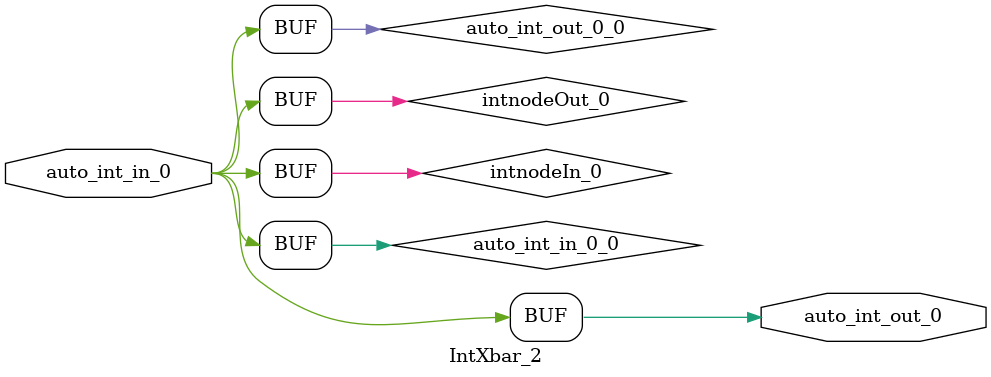
<source format=sv>
`ifndef RANDOMIZE
  `ifdef RANDOMIZE_MEM_INIT
    `define RANDOMIZE
  `endif // RANDOMIZE_MEM_INIT
`endif // not def RANDOMIZE
`ifndef RANDOMIZE
  `ifdef RANDOMIZE_REG_INIT
    `define RANDOMIZE
  `endif // RANDOMIZE_REG_INIT
`endif // not def RANDOMIZE

`ifndef RANDOM
  `define RANDOM $random
`endif // not def RANDOM

// Users can define INIT_RANDOM as general code that gets injected into the
// initializer block for modules with registers.
`ifndef INIT_RANDOM
  `define INIT_RANDOM
`endif // not def INIT_RANDOM

// If using random initialization, you can also define RANDOMIZE_DELAY to
// customize the delay used, otherwise 0.002 is used.
`ifndef RANDOMIZE_DELAY
  `define RANDOMIZE_DELAY 0.002
`endif // not def RANDOMIZE_DELAY

// Define INIT_RANDOM_PROLOG_ for use in our modules below.
`ifndef INIT_RANDOM_PROLOG_
  `ifdef RANDOMIZE
    `ifdef VERILATOR
      `define INIT_RANDOM_PROLOG_ `INIT_RANDOM
    `else  // VERILATOR
      `define INIT_RANDOM_PROLOG_ `INIT_RANDOM #`RANDOMIZE_DELAY begin end
    `endif // VERILATOR
  `else  // RANDOMIZE
    `define INIT_RANDOM_PROLOG_
  `endif // RANDOMIZE
`endif // not def INIT_RANDOM_PROLOG_

// Include register initializers in init blocks unless synthesis is set
`ifndef SYNTHESIS
  `ifndef ENABLE_INITIAL_REG_
    `define ENABLE_INITIAL_REG_
  `endif // not def ENABLE_INITIAL_REG_
`endif // not def SYNTHESIS

// Include rmemory initializers in init blocks unless synthesis is set
`ifndef SYNTHESIS
  `ifndef ENABLE_INITIAL_MEM_
    `define ENABLE_INITIAL_MEM_
  `endif // not def ENABLE_INITIAL_MEM_
`endif // not def SYNTHESIS

// Standard header to adapt well known macros for prints and assertions.

// Users can define 'PRINTF_COND' to add an extra gate to prints.
`ifndef PRINTF_COND_
  `ifdef PRINTF_COND
    `define PRINTF_COND_ (`PRINTF_COND)
  `else  // PRINTF_COND
    `define PRINTF_COND_ 1
  `endif // PRINTF_COND
`endif // not def PRINTF_COND_

// Users can define 'ASSERT_VERBOSE_COND' to add an extra gate to assert error printing.
`ifndef ASSERT_VERBOSE_COND_
  `ifdef ASSERT_VERBOSE_COND
    `define ASSERT_VERBOSE_COND_ (`ASSERT_VERBOSE_COND)
  `else  // ASSERT_VERBOSE_COND
    `define ASSERT_VERBOSE_COND_ 1
  `endif // ASSERT_VERBOSE_COND
`endif // not def ASSERT_VERBOSE_COND_

// Users can define 'STOP_COND' to add an extra gate to stop conditions.
`ifndef STOP_COND_
  `ifdef STOP_COND
    `define STOP_COND_ (`STOP_COND)
  `else  // STOP_COND
    `define STOP_COND_ 1
  `endif // STOP_COND
`endif // not def STOP_COND_

module IntXbar_2(
  input  auto_int_in_0,	// src/main/scala/diplomacy/LazyModule.scala:374:18
  output auto_int_out_0	// src/main/scala/diplomacy/LazyModule.scala:374:18
);

  wire auto_int_in_0_0 = auto_int_in_0;
  wire intnodeIn_0 = auto_int_in_0_0;	// src/main/scala/diplomacy/Nodes.scala:1214:17
  wire intnodeOut_0;	// src/main/scala/diplomacy/Nodes.scala:1205:17
  assign intnodeOut_0 = intnodeIn_0;	// src/main/scala/diplomacy/Nodes.scala:1205:17, :1214:17
  wire auto_int_out_0_0 = intnodeOut_0;	// src/main/scala/diplomacy/Nodes.scala:1205:17
  assign auto_int_out_0 = auto_int_out_0_0;
endmodule


</source>
